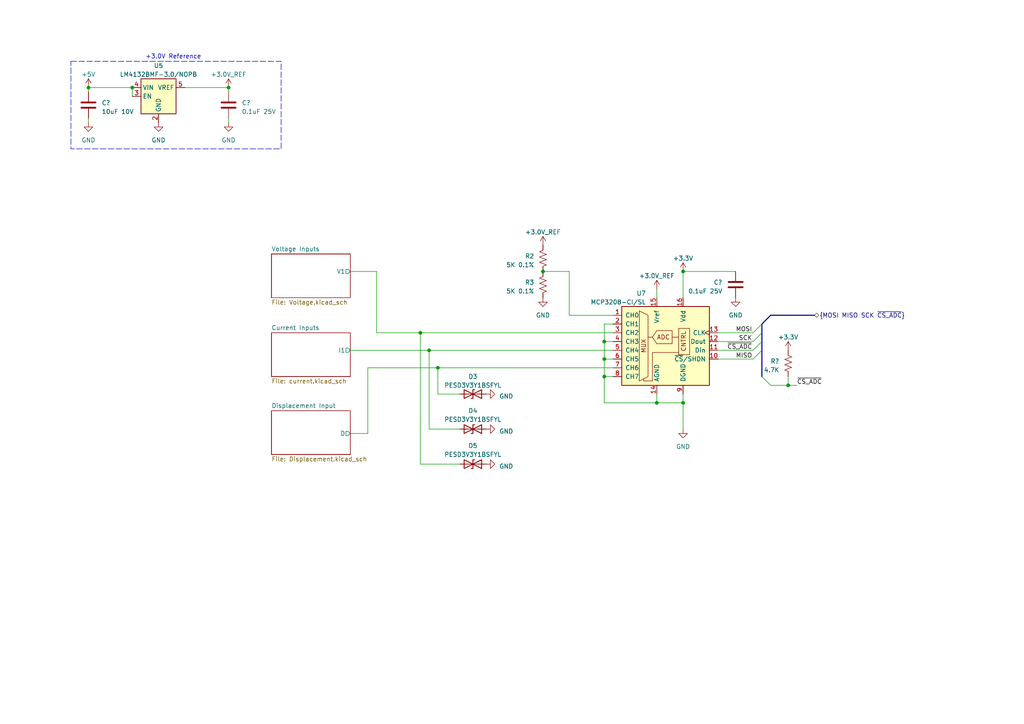
<source format=kicad_sch>
(kicad_sch (version 20230121) (generator eeschema)
  (paper "A4")
  (title_block (title "Test Stand Power Monitor") (date "2023-08-08") (rev "1.0") (company "Toofon Inc.") (comment 1 "Ed Katynski") (comment 2 "(PENDING REVIEW)"))
  (lib_symbols
    (symbol "Analog_ADC:MCP3208" (pin_names (offset 1.016))
      (property "Reference" "U" (at -5.08 13.335 0))
      (property "Value" "MCP3208" (at -5.08 11.43 0))
      (symbol "MCP3208_0_0"
        (text "ADC" (at -0.635 1.27 0) (effects (font (size 1.27 1.27))))
        (text "CNTRL" (at 5.969 -2.921 900) (effects (font (size 1.27 1.27)) (justify left bottom)))
        (text "MUX" (at -6.35 -1.27 900) (effects (font (size 1.27 1.27))))
      )
      (symbol "MCP3208_0_1"
        (polyline (pts (xy -3.81 1.27) (xy -5.08 1.27)))
        (polyline (pts (xy 1.905 1.27) (xy 3.81 1.27)))
        (polyline (pts (xy -7.62 8.89) (xy -7.62 -11.43) (xy -5.08 -10.16) (xy -5.08 7.62) (xy -7.62 8.89)))
        (polyline (pts (xy 3.81 -3.175) (xy -3.81 -3.175) (xy -3.81 -11.43) (xy -6.35 -11.43) (xy -6.35 -10.795)))
        (polyline (pts (xy 1.905 3.175) (xy 1.905 -0.635) (xy -2.54 -0.635) (xy -3.81 1.27) (xy -2.54 3.175) (xy 1.905 3.175)))
        (rectangle (start 3.81 -3.81) (end 6.985 3.81))
        (rectangle (start 12.7 -12.7) (end -12.7 10.16) (stroke (width 0.254)) (fill (type background)))
      )
      (symbol "MCP3208_1_1"
        (pin input line (at -15.24 7.62 0) (length 2.54) (name "CH0") (number "1"))
        (pin input line (at 15.24 -5.08 180) (length 2.54) (name "~{CS}/SHDN") (number "10"))
        (pin input line (at 15.24 -2.54 180) (length 2.54) (name "Din") (number "11"))
        (pin output line (at 15.24 0 180) (length 2.54) (name "Dout") (number "12"))
        (pin input clock (at 15.24 2.54 180) (length 2.54) (name "CLK") (number "13"))
        (pin power_in line (at -2.54 -15.24 90) (length 2.54) (name "AGND") (number "14"))
        (pin power_in line (at -2.54 12.7 270) (length 2.54) (name "Vref") (number "15"))
        (pin power_in line (at 5.08 12.7 270) (length 2.54) (name "Vdd") (number "16"))
        (pin input line (at -15.24 5.08 0) (length 2.54) (name "CH1") (number "2"))
        (pin input line (at -15.24 2.54 0) (length 2.54) (name "CH2") (number "3"))
        (pin input line (at -15.24 0 0) (length 2.54) (name "CH3") (number "4"))
        (pin input line (at -15.24 -2.54 0) (length 2.54) (name "CH4") (number "5"))
        (pin input line (at -15.24 -5.08 0) (length 2.54) (name "CH5") (number "6"))
        (pin input line (at -15.24 -7.62 0) (length 2.54) (name "CH6") (number "7"))
        (pin input line (at -15.24 -10.16 0) (length 2.54) (name "CH7") (number "8"))
        (pin power_in line (at 5.08 -15.24 90) (length 2.54) (name "DGND") (number "9"))
      )
    )
    (symbol "Device:C" (pin_numbers hide) (pin_names (offset 0.254))
      (property "Reference" "C" (at 0.635 2.54 0))
      (property "Value" "C" (at 0.635 -2.54 0))
      (symbol "C_0_1"
        (polyline (pts (xy -2.032 -0.762) (xy 2.032 -0.762)) (stroke (width 0.508)))
        (polyline (pts (xy -2.032 0.762) (xy 2.032 0.762)) (stroke (width 0.508)))
      )
      (symbol "C_1_1"
        (pin passive line (at 0 3.81 270) (length 2.794) (name "~") (number "1"))
        (pin passive line (at 0 -3.81 90) (length 2.794) (name "~") (number "2"))
      )
    )
    (symbol "Device:D_TVS" (pin_numbers hide) (pin_names (offset 1.016) hide)
      (property "Reference" "D" (at 0 2.54 0))
      (property "Value" "D_TVS" (at 0 -2.54 0))
      (symbol "D_TVS_0_1"
        (polyline (pts (xy 1.27 0) (xy -1.27 0)))
        (polyline (pts (xy 0.508 1.27) (xy 0 1.27) (xy 0 -1.27) (xy -0.508 -1.27)) (stroke (width 0.254)))
        (polyline (pts (xy -2.54 1.27) (xy -2.54 -1.27) (xy 2.54 1.27) (xy 2.54 -1.27) (xy -2.54 1.27)) (stroke (width 0.254)))
      )
      (symbol "D_TVS_1_1"
        (pin passive line (at -3.81 0 0) (length 2.54) (name "A1") (number "1"))
        (pin passive line (at 3.81 0 180) (length 2.54) (name "A2") (number "2"))
      )
    )
    (symbol "Device:R_US" (pin_numbers hide) (pin_names (offset 0))
      (property "Reference" "R" (at 2.54 0 90))
      (property "Value" "R_US" (at -2.54 0 90))
      (symbol "R_US_0_1"
        (polyline (pts (xy 0 -2.286) (xy 0 -2.54)))
        (polyline (pts (xy 0 2.286) (xy 0 2.54)))
        (polyline (pts (xy 0 -0.762) (xy 1.016 -1.143) (xy 0 -1.524) (xy -1.016 -1.905) (xy 0 -2.286)))
        (polyline (pts (xy 0 0.762) (xy 1.016 0.381) (xy 0 0) (xy -1.016 -0.381) (xy 0 -0.762)))
        (polyline (pts (xy 0 2.286) (xy 1.016 1.905) (xy 0 1.524) (xy -1.016 1.143) (xy 0 0.762)))
      )
      (symbol "R_US_1_1"
        (pin passive line (at 0 3.81 270) (length 1.27) (name "~") (number "1"))
        (pin passive line (at 0 -3.81 90) (length 1.27) (name "~") (number "2"))
      )
    )
    (symbol "Reference_Voltage:LM4132xMF-3.0"
      (property "Reference" "U" (at -4.318 6.096 0))
      (property "Value" "LM4132xMF-3.0" (at 7.874 6.096 0))
      (symbol "LM4132xMF-3.0_0_1"
        (rectangle (start -5.08 5.08) (end 5.08 -5.08) (stroke (width 0.254)) (fill (type background)))
      )
      (symbol "LM4132xMF-3.0_1_1"
        (pin no_connect line (at 5.08 0 180) (length 2.54) hide (name "NC") (number "1"))
        (pin power_in line (at 0 -7.62 90) (length 2.54) (name "GND") (number "2"))
        (pin input line (at -7.62 0 0) (length 2.54) (name "EN") (number "3"))
        (pin power_in line (at -7.62 2.54 0) (length 2.54) (name "VIN") (number "4"))
        (pin power_out line (at 7.62 2.54 180) (length 2.54) (name "VREF") (number "5"))
      )
    )
    (symbol "power:+3.3V" (power) (pin_names (offset 0))
      (property "Value" "+3.3V" (at 0 3.556 0))
      (symbol "+3.3V_0_1"
        (polyline (pts (xy -0.762 1.27) (xy 0 2.54)))
        (polyline (pts (xy 0 0) (xy 0 2.54)))
        (polyline (pts (xy 0 2.54) (xy 0.762 1.27)))
      )
      (symbol "+3.3V_1_1"
        (pin power_in line (at 0 0 90) (length 0) hide (name "+3.3V") (number "1"))
      )
    )
    (symbol "power:+5V" (power) (pin_names (offset 0))
      (property "Value" "+5V" (at 0 3.556 0))
      (symbol "+5V_0_1"
        (polyline (pts (xy -0.762 1.27) (xy 0 2.54)))
        (polyline (pts (xy 0 0) (xy 0 2.54)))
        (polyline (pts (xy 0 2.54) (xy 0.762 1.27)))
      )
      (symbol "+5V_1_1"
        (pin power_in line (at 0 0 90) (length 0) hide (name "+5V") (number "1"))
      )
    )
    (symbol "power:GND" (power) (pin_names (offset 0))
      (property "Value" "GND" (at 0 -3.81 0))
      (symbol "GND_0_1"
        (polyline (pts (xy 0 0) (xy 0 -1.27) (xy 1.27 -1.27) (xy 0 -2.54) (xy -1.27 -1.27) (xy 0 -1.27)))
      )
      (symbol "GND_1_1"
        (pin power_in line (at 0 0 270) (length 0) hide (name "GND") (number "1"))
      )
    )
    (symbol "power_flags:+3.0V_REF" (power) (pin_names (offset 0))
      (property "Value" "+3.0V_REF" (at 0 3.556 0))
      (symbol "+3.0V_REF_0_1"
        (polyline (pts (xy -0.762 1.27) (xy 0 2.54)))
        (polyline (pts (xy 0 0) (xy 0 2.54)))
        (polyline (pts (xy 0 2.54) (xy 0.762 1.27)))
      )
      (symbol "+3.0V_REF_1_1"
        (pin power_in line (at 0 0 90) (length 0) hide (name "+3.0V_REF") (number "1"))
      )
    )
  )
  (junction (at 228.6 111.76))
  (junction (at 198.12 78.74))
  (junction (at 66.294 25.4))
  (junction (at 198.12 116.84))
  (junction (at 121.92 96.52))
  (junction (at 25.654 25.4))
  (junction (at 127 106.68))
  (junction (at 124.46 101.6))
  (junction (at 157.48 78.74))
  (junction (at 190.5 116.84))
  (junction (at 175.26 99.06))
  (junction (at 175.26 104.14))
  (junction (at 38.354 25.4))
  (junction (at 175.26 109.22))
  (bus_entry (at 220.98 99.06) (size -2.54 2.54))
  (bus_entry (at 220.98 109.22) (size 2.54 2.54))
  (bus_entry (at 220.98 101.6) (size -2.54 2.54))
  (bus_entry (at 220.98 93.98) (size -2.54 2.54))
  (bus_entry (at 220.98 96.52) (size -2.54 2.54))
  (wire (pts (xy 121.92 96.52) (xy 177.8 96.52)))
  (wire (pts (xy 165.1 78.74) (xy 157.48 78.74)))
  (wire (pts (xy 101.6 101.6) (xy 124.46 101.6)))
  (wire (pts (xy 218.44 101.6) (xy 208.28 101.6)))
  (wire (pts (xy 175.26 109.22) (xy 177.8 109.22)))
  (wire (pts (xy 109.22 96.52) (xy 121.92 96.52)))
  (wire (pts (xy 25.654 35.56) (xy 25.654 34.29)))
  (wire (pts (xy 133.35 124.46) (xy 124.46 124.46)))
  (wire (pts (xy 121.92 134.62) (xy 121.92 96.52)))
  (wire (pts (xy 175.26 116.84) (xy 175.26 109.22)))
  (wire (pts (xy 175.26 104.14) (xy 177.8 104.14)))
  (wire (pts (xy 198.12 124.46) (xy 198.12 116.84)))
  (wire (pts (xy 218.44 99.06) (xy 208.28 99.06)))
  (wire (pts (xy 127 114.3) (xy 127 106.68)))
  (wire (pts (xy 218.44 96.52) (xy 208.28 96.52)))
  (wire (pts (xy 175.26 99.06) (xy 177.8 99.06)))
  (wire (pts (xy 231.14 111.76) (xy 228.6 111.76)))
  (wire (pts (xy 66.294 26.67) (xy 66.294 25.4)))
  (wire (pts (xy 175.26 109.22) (xy 175.26 104.14)))
  (wire (pts (xy 198.12 116.84) (xy 190.5 116.84)))
  (wire (pts (xy 175.26 104.14) (xy 175.26 99.06)))
  (wire (pts (xy 109.22 78.74) (xy 101.6 78.74)))
  (bus (pts (xy 220.98 93.98) (xy 220.98 96.52)))
  (wire (pts (xy 198.12 78.74) (xy 198.12 86.36)))
  (wire (pts (xy 127 106.68) (xy 177.8 106.68)))
  (wire (pts (xy 133.35 114.3) (xy 127 114.3)))
  (wire (pts (xy 38.354 25.4) (xy 38.354 27.94)))
  (wire (pts (xy 190.5 116.84) (xy 175.26 116.84)))
  (wire (pts (xy 109.22 96.52) (xy 109.22 78.74)))
  (wire (pts (xy 177.8 91.44) (xy 165.1 91.44)))
  (wire (pts (xy 66.294 35.56) (xy 66.294 34.29)))
  (wire (pts (xy 53.594 25.4) (xy 66.294 25.4)))
  (wire (pts (xy 228.6 111.76) (xy 223.52 111.76)))
  (bus (pts (xy 220.98 96.52) (xy 220.98 99.06)))
  (wire (pts (xy 190.5 83.82) (xy 190.5 86.36)))
  (wire (pts (xy 175.26 93.98) (xy 177.8 93.98)))
  (wire (pts (xy 218.44 104.14) (xy 208.28 104.14)))
  (wire (pts (xy 175.26 99.06) (xy 175.26 93.98)))
  (wire (pts (xy 198.12 116.84) (xy 198.12 114.3)))
  (wire (pts (xy 124.46 101.6) (xy 177.8 101.6)))
  (bus (pts (xy 236.22 91.44) (xy 223.52 91.44)))
  (wire (pts (xy 124.46 124.46) (xy 124.46 101.6)))
  (wire (pts (xy 106.68 106.68) (xy 127 106.68)))
  (wire (pts (xy 190.5 116.84) (xy 190.5 114.3)))
  (bus (pts (xy 220.98 101.6) (xy 220.98 109.22)))
  (wire (pts (xy 228.6 109.22) (xy 228.6 111.76)))
  (wire (pts (xy 165.1 91.44) (xy 165.1 78.74)))
  (bus (pts (xy 223.52 91.44) (xy 220.98 93.98)))
  (wire (pts (xy 25.654 26.67) (xy 25.654 25.4)))
  (bus (pts (xy 220.98 99.06) (xy 220.98 101.6)))
  (wire (pts (xy 133.35 134.62) (xy 121.92 134.62)))
  (wire (pts (xy 213.36 78.74) (xy 198.12 78.74)))
  (wire (pts (xy 106.68 125.73) (xy 101.6 125.73)))
  (wire (pts (xy 106.68 106.68) (xy 106.68 125.73)))
  (wire (pts (xy 25.654 25.4) (xy 38.354 25.4)))
  (rectangle (start 20.574 17.78) (end 81.534 43.18) (stroke (width 0) (type dash)))
  (text "+3.0V Reference" (at 42.164 17.272 0) (effects (font (size 1.27 1.27)) (justify left bottom)))
  (label "~{CS_ADC}" (at 231.14 111.76 0))
  (label "MISO" (at 218.186 104.14 180))
  (label "MOSI" (at 218.186 96.52 180))
  (label "~{CS_ADC}" (at 218.186 101.6 180))
  (label "SCK" (at 218.186 99.06 180))
  (hierarchical_label "{MOSI MISO SCK ~{CS_ADC}}" (shape bidirectional) (at 236.22 91.44 0))
  (symbol (lib_id "Device:D_TVS") (at 137.16 134.62 180) (unit 1)
    (property "Reference" "D5" (at 137.16 129.286 0))
    (property "Value" "PESD3V3Y1BSFYL" (at 137.16 131.826 0))
    (property "Footprint" "Diode_SMD:D_0201_0603Metric" (effects hide))
    (property "Datasheet" "https://assets.nexperia.com/documents/data-sheet/PESD3V3Y1BSF.pdf" (effects hide))
  )
  (symbol (lib_id "power:GND") (at 66.294 35.56 0) (unit 1)
    (property "Reference" "#PWR?" (effects hide))
    (property "Value" "GND" (at 66.294 40.64 0))
    (instances (project "Test-Stand-Power-Monitor" (path "" (reference "#PWR?") (unit 1)) (path "" (reference "#PWR028") (unit 1))))
  )
  (symbol (lib_id "Device:R_US") (at 228.6 105.41 0) (unit 1)
    (property "Reference" "R?" (at 226.06 104.775 0) (effects (justify right)))
    (property "Value" "4.7K" (at 226.06 107.315 0) (effects (justify right)))
    (property "Footprint" "Resistor_SMD:R_0402_1005Metric_Pad0.72x0.64mm_HandSolder" (effects hide))
    (instances (project "Test-Stand-Power-Monitor" (path "" (reference "R?") (unit 1)) (path "" (reference "R4") (unit 1))))
  )
  (symbol (lib_id "Device:C") (at 213.36 82.55 0) (mirror y) (unit 1)
    (property "Reference" "C?" (at 209.55 81.915 0) (effects (justify left)))
    (property "Value" "0.1uF 25V" (at 209.55 84.455 0) (effects (justify left)))
    (property "Footprint" "Capacitor_SMD:C_0402_1005Metric_Pad0.74x0.62mm_HandSolder" (effects hide))
    (instances (project "Test-Stand-Power-Monitor" (path "" (reference "C?") (unit 1)) (path "" (reference "C10") (unit 1))))
  )
  (symbol (lib_id "Device:R_US") (at 157.48 82.55 0) (mirror y) (unit 1)
    (property "Reference" "R3" (at 154.94 81.915 0) (effects (justify left)))
    (property "Value" "5K 0.1%" (at 154.94 84.455 0) (effects (justify left)))
    (property "Footprint" "Resistor_SMD:R_0402_1005Metric_Pad0.72x0.64mm_HandSolder" (effects hide))
  )
  (symbol (lib_id "power:GND") (at 157.48 86.36 0) (mirror y) (unit 1)
    (property "Reference" "#PWR031" (effects hide))
    (property "Value" "GND" (at 157.48 91.44 0))
  )
  (symbol (lib_id "Device:C") (at 25.654 30.48 0) (unit 1)
    (property "Reference" "C?" (at 29.464 29.845 0) (effects (justify left)))
    (property "Value" "10uF 10V" (at 29.464 32.385 0) (effects (justify left)))
    (property "Footprint" "Capacitor_SMD:C_0603_1608Metric_Pad1.08x0.95mm_HandSolder" (effects hide))
    (instances (project "Test-Stand-Power-Monitor" (path "" (reference "C?") (unit 1)) (path "" (reference "C8") (unit 1))))
  )
  (symbol (lib_id "power:GND") (at 213.36 86.36 0) (mirror y) (unit 1)
    (property "Reference" "#PWR?" (effects hide))
    (property "Value" "GND" (at 213.36 91.44 0))
    (instances (project "Test-Stand-Power-Monitor" (path "" (reference "#PWR?") (unit 1)) (path "" (reference "#PWR035") (unit 1))))
  )
  (symbol (lib_id "Device:D_TVS") (at 137.16 114.3 180) (unit 1)
    (property "Reference" "D3" (at 137.16 109.22 0))
    (property "Value" "PESD3V3Y1BSFYL" (at 137.16 111.76 0))
    (property "Footprint" "Diode_SMD:D_0201_0603Metric" (effects hide))
    (property "Datasheet" "https://assets.nexperia.com/documents/data-sheet/PESD3V3Y1BSF.pdf" (effects hide))
  )
  (symbol (lib_id "power:+3.3V") (at 228.6 101.6 0) (mirror y) (unit 1)
    (property "Reference" "#PWR?" (effects hide))
    (property "Value" "+3.3V" (at 228.6 97.79 0))
    (instances (project "Test-Stand-Power-Monitor" (path "" (reference "#PWR?") (unit 1)) (path "" (reference "#PWR036") (unit 1))))
  )
  (symbol (lib_id "Analog_ADC:MCP3208") (at 193.04 99.06 0) (unit 1)
    (property "Reference" "U7" (at 187.3503 85.09 0) (effects (justify right)))
    (property "Value" "MCP3208-CI/SL" (at 187.3503 87.63 0) (effects (justify right)))
    (property "Footprint" "Package_SO:SOIC-16_3.9x9.9mm_P1.27mm" (effects hide))
    (property "Datasheet" "http://ww1.microchip.com/downloads/en/DeviceDoc/21298c.pdf" (effects hide))
  )
  (symbol (lib_id "Device:C") (at 66.294 30.48 0) (unit 1)
    (property "Reference" "C?" (at 70.104 29.845 0) (effects (justify left)))
    (property "Value" "0.1uF 25V" (at 70.104 32.385 0) (effects (justify left)))
    (property "Footprint" "Capacitor_SMD:C_0402_1005Metric_Pad0.74x0.62mm_HandSolder" (effects hide))
    (instances (project "Test-Stand-Power-Monitor" (path "" (reference "C?") (unit 1)) (path "" (reference "C9") (unit 1))))
  )
  (symbol (lib_id "Reference_Voltage:LM4132xMF-3.0") (at 45.974 27.94 0) (unit 1)
    (property "Reference" "U5" (at 45.974 19.05 0))
    (property "Value" "LM4132BMF-3.0/NOPB" (at 45.974 21.59 0))
    (property "Footprint" "Package_TO_SOT_SMD:SOT-23-5" (effects hide))
    (property "Datasheet" "http://www.ti.com/lit/ds/symlink/lm4132.pdf" (effects hide))
  )
  (symbol (lib_id "power_flags:+3.0V_REF") (at 66.294 25.4 0) (unit 1)
    (property "Reference" "#PWR027" (effects hide))
    (property "Value" "+3.0V_REF" (at 66.294 21.59 0))
  )
  (symbol (lib_id "power:+3.3V") (at 198.12 78.74 0) (mirror y) (unit 1)
    (property "Reference" "#PWR033" (effects hide))
    (property "Value" "+3.3V" (at 198.12 74.93 0))
  )
  (symbol (lib_id "power:GND") (at 140.97 124.46 90) (unit 1)
    (property "Reference" "#PWR047" (effects hide))
    (property "Value" "GND" (at 144.78 125.095 90) (effects (justify right)))
  )
  (symbol (lib_id "power_flags:+3.0V_REF") (at 190.5 83.82 0) (mirror y) (unit 1)
    (property "Reference" "#PWR032" (effects hide))
    (property "Value" "+3.0V_REF" (at 190.5 80.01 0))
  )
  (symbol (lib_id "power:+5V") (at 25.654 25.4 0) (unit 1)
    (property "Reference" "#PWR024" (effects hide))
    (property "Value" "+5V" (at 25.654 21.59 0))
  )
  (symbol (lib_id "power_flags:+3.0V_REF") (at 157.48 71.12 0) (mirror y) (unit 1)
    (property "Reference" "#PWR030" (effects hide))
    (property "Value" "+3.0V_REF" (at 157.48 67.31 0))
  )
  (symbol (lib_id "power:GND") (at 25.654 35.56 0) (unit 1)
    (property "Reference" "#PWR?" (effects hide))
    (property "Value" "GND" (at 25.654 40.64 0))
    (instances (project "Test-Stand-Power-Monitor" (path "" (reference "#PWR?") (unit 1)) (path "" (reference "#PWR025") (unit 1))))
  )
  (symbol (lib_id "power:GND") (at 140.97 134.62 90) (unit 1)
    (property "Reference" "#PWR048" (effects hide))
    (property "Value" "GND" (at 144.78 135.255 90) (effects (justify right)))
  )
  (symbol (lib_id "Device:R_US") (at 157.48 74.93 0) (mirror y) (unit 1)
    (property "Reference" "R2" (at 154.94 74.295 0) (effects (justify left)))
    (property "Value" "5K 0.1%" (at 154.94 76.835 0) (effects (justify left)))
    (property "Footprint" "Resistor_SMD:R_0402_1005Metric_Pad0.72x0.64mm_HandSolder" (effects hide))
  )
  (symbol (lib_id "power:GND") (at 45.974 35.56 0) (unit 1)
    (property "Reference" "#PWR?" (effects hide))
    (property "Value" "GND" (at 45.974 40.64 0))
    (instances (project "Test-Stand-Power-Monitor" (path "" (reference "#PWR?") (unit 1)) (path "" (reference "#PWR026") (unit 1))))
  )
  (symbol (lib_id "Device:D_TVS") (at 137.16 124.46 180) (unit 1)
    (property "Reference" "D4" (at 137.16 119.126 0))
    (property "Value" "PESD3V3Y1BSFYL" (at 137.16 121.666 0))
    (property "Footprint" "Diode_SMD:D_0201_0603Metric" (effects hide))
    (property "Datasheet" "https://assets.nexperia.com/documents/data-sheet/PESD3V3Y1BSF.pdf" (effects hide))
  )
  (symbol (lib_id "power:GND") (at 140.97 114.3 90) (unit 1)
    (property "Reference" "#PWR046" (effects hide))
    (property "Value" "GND" (at 144.78 114.935 90) (effects (justify right)))
  )
  (symbol (lib_id "power:GND") (at 198.12 124.46 0) (mirror y) (unit 1)
    (property "Reference" "#PWR034" (effects hide))
    (property "Value" "GND" (at 198.12 129.54 0))
  )
  (sheet (at 78.74 96.52) (size 22.86 12.7) (stroke (width 0.1524))
    (property "Sheetname" "Current Inputs" (at 78.74 95.8084 0) (effects (justify left bottom)))
    (property "Sheetfile" "current.kicad_sch" (at 78.74 109.8046 0) (effects (justify left top)))
    (pin "I1" output (at 101.6 101.6 0))
  )
  (sheet (at 78.74 73.66) (size 22.86 12.7) (stroke (width 0.1524))
    (property "Sheetname" "Voltage Inputs" (at 78.74 72.9484 0) (effects (justify left bottom)))
    (property "Sheetfile" "Voltage.kicad_sch" (at 78.74 86.9446 0) (effects (justify left top)))
    (pin "V1" output (at 101.6 78.74 0))
  )
  (sheet (at 78.74 119.126) (size 22.86 12.7) (stroke (width 0.1524))
    (property "Sheetname" "Displacement Input" (at 78.74 118.4144 0) (effects (justify left bottom)))
    (property "Sheetfile" "Displacement.kicad_sch" (at 78.74 132.4106 0) (effects (justify left top)))
    (pin "D" output (at 101.6 125.73 0))
  )
)
</source>
